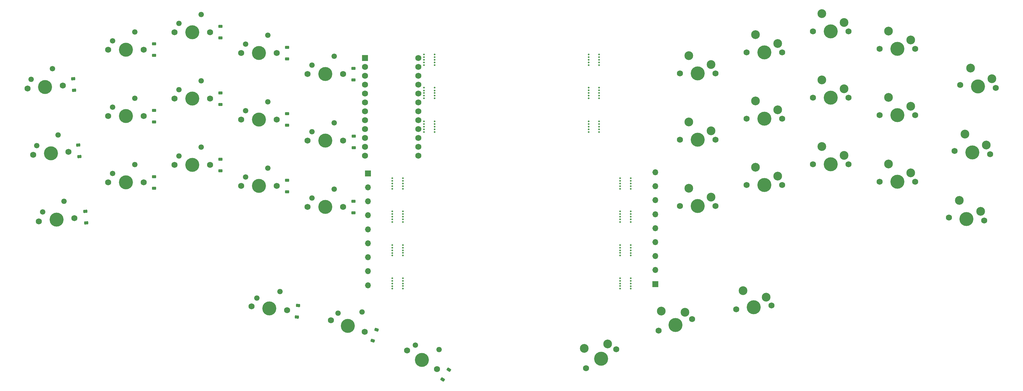
<source format=gbr>
%TF.GenerationSoftware,KiCad,Pcbnew,7.0.7*%
%TF.CreationDate,2023-09-26T18:04:07-06:00*%
%TF.ProjectId,keyboard,6b657962-6f61-4726-942e-6b696361645f,rev?*%
%TF.SameCoordinates,Original*%
%TF.FileFunction,Soldermask,Top*%
%TF.FilePolarity,Negative*%
%FSLAX46Y46*%
G04 Gerber Fmt 4.6, Leading zero omitted, Abs format (unit mm)*
G04 Created by KiCad (PCBNEW 7.0.7) date 2023-09-26 18:04:07*
%MOMM*%
%LPD*%
G01*
G04 APERTURE LIST*
G04 Aperture macros list*
%AMRoundRect*
0 Rectangle with rounded corners*
0 $1 Rounding radius*
0 $2 $3 $4 $5 $6 $7 $8 $9 X,Y pos of 4 corners*
0 Add a 4 corners polygon primitive as box body*
4,1,4,$2,$3,$4,$5,$6,$7,$8,$9,$2,$3,0*
0 Add four circle primitives for the rounded corners*
1,1,$1+$1,$2,$3*
1,1,$1+$1,$4,$5*
1,1,$1+$1,$6,$7*
1,1,$1+$1,$8,$9*
0 Add four rect primitives between the rounded corners*
20,1,$1+$1,$2,$3,$4,$5,0*
20,1,$1+$1,$4,$5,$6,$7,0*
20,1,$1+$1,$6,$7,$8,$9,0*
20,1,$1+$1,$8,$9,$2,$3,0*%
G04 Aperture macros list end*
%ADD10C,0.500000*%
%ADD11RoundRect,0.225000X0.375000X-0.225000X0.375000X0.225000X-0.375000X0.225000X-0.375000X-0.225000X0*%
%ADD12C,1.750000*%
%ADD13C,1.550000*%
%ADD14C,4.000000*%
%ADD15RoundRect,0.225000X0.393183X-0.191460X0.353963X0.256827X-0.393183X0.191460X-0.353963X-0.256827X0*%
%ADD16RoundRect,0.225000X0.349427X-0.262966X0.396465X0.184569X-0.349427X0.262966X-0.396465X-0.184569X0*%
%ADD17RoundRect,0.225000X0.281317X-0.334830X0.427822X0.090654X-0.281317X0.334830X-0.427822X-0.090654X0*%
%ADD18O,1.700000X1.700000*%
%ADD19R,1.700000X1.700000*%
%ADD20C,1.752600*%
%ADD21R,1.752600X1.752600*%
%ADD22RoundRect,0.225000X0.198786X-0.389531X0.437250X-0.007909X-0.198786X0.389531X-0.437250X0.007909X0*%
%ADD23C,2.500000*%
G04 APERTURE END LIST*
D10*
%TO.C,mouse-bite-3mm-slot*%
X175074512Y-80138480D03*
X178074512Y-80138480D03*
X178074512Y-79388480D03*
X175074512Y-79376480D03*
X175074512Y-78626480D03*
X178074512Y-78626480D03*
X175074512Y-77876480D03*
X178074512Y-77876480D03*
X175074512Y-77102480D03*
X178074512Y-77102480D03*
%TD*%
D11*
%TO.C,D14*%
X88900000Y-93953631D03*
X88900000Y-97253631D03*
%TD*%
%TO.C,D4*%
X88900000Y-55953631D03*
X88900000Y-59253631D03*
%TD*%
D12*
%TO.C,S8*%
X66927381Y-70603631D03*
D13*
X64387381Y-65523631D03*
D14*
X61847381Y-70603631D03*
D13*
X58037381Y-68063631D03*
D12*
X56767381Y-70603631D03*
%TD*%
%TO.C,S11*%
X85927381Y-76603631D03*
D13*
X83387381Y-71523631D03*
D14*
X80847381Y-76603631D03*
D13*
X77037381Y-74063631D03*
D12*
X75767381Y-76603631D03*
%TD*%
D15*
%TO.C,D6*%
X29239150Y-83934017D03*
X29526764Y-87221459D03*
%TD*%
D10*
%TO.C,mouse-bite-3mm-slot*%
X175075000Y-61012000D03*
X178075000Y-61012000D03*
X178075000Y-60262000D03*
X175075000Y-60250000D03*
X175075000Y-59500000D03*
X178075000Y-59500000D03*
X175075000Y-58750000D03*
X178075000Y-58750000D03*
X175075000Y-57976000D03*
X178075000Y-57976000D03*
%TD*%
D16*
%TO.C,D16*%
X92026121Y-129793102D03*
X91681177Y-133075024D03*
%TD*%
D12*
%TO.C,S2*%
X26471839Y-85832428D03*
D13*
X23498753Y-80993134D03*
D14*
X21411170Y-86275179D03*
D13*
X17394293Y-84076908D03*
D12*
X16350501Y-86717930D03*
%TD*%
D11*
%TO.C,D7*%
X50900000Y-73953631D03*
X50900000Y-77253631D03*
%TD*%
D12*
%TO.C,S5*%
X47927381Y-75603631D03*
D13*
X45387381Y-70523631D03*
D14*
X42847381Y-75603631D03*
D13*
X39037381Y-73063631D03*
D12*
X37767381Y-75603631D03*
%TD*%
D11*
%TO.C,D13*%
X69900000Y-87953631D03*
X69900000Y-91253631D03*
%TD*%
D15*
%TO.C,D1*%
X27756193Y-64956279D03*
X28043807Y-68243721D03*
%TD*%
D12*
%TO.C,S6*%
X47927381Y-94603631D03*
D13*
X45387381Y-89523631D03*
D14*
X42847381Y-94603631D03*
D13*
X39037381Y-92063631D03*
D12*
X37767381Y-94603631D03*
%TD*%
D10*
%TO.C,mouse-bite-3mm-slot*%
X184125000Y-105897520D03*
X187125000Y-105897520D03*
X187125000Y-105147520D03*
X184125000Y-105135520D03*
X184125000Y-104385520D03*
X187125000Y-104385520D03*
X184125000Y-103635520D03*
X187125000Y-103635520D03*
X184125000Y-102861520D03*
X187125000Y-102861520D03*
%TD*%
D17*
%TO.C,D17*%
X114448163Y-136715194D03*
X113373789Y-139835406D03*
%TD*%
D10*
%TO.C,mouse-bite-3mm-slot*%
X184125000Y-96385520D03*
X187125000Y-96385520D03*
X187125000Y-95635520D03*
X184125000Y-95623520D03*
X184125000Y-94873520D03*
X187125000Y-94873520D03*
X184125000Y-94123520D03*
X187125000Y-94123520D03*
X184125000Y-93349520D03*
X187125000Y-93349520D03*
%TD*%
%TO.C,mouse-bite-3mm-slot*%
X184125488Y-125000000D03*
X187125488Y-125000000D03*
X187125488Y-124250000D03*
X184125488Y-124238000D03*
X184125488Y-123488000D03*
X187125488Y-123488000D03*
X184125488Y-122738000D03*
X187125488Y-122738000D03*
X184125488Y-121964000D03*
X187125488Y-121964000D03*
%TD*%
D11*
%TO.C,D5*%
X107900000Y-61950000D03*
X107900000Y-65250000D03*
%TD*%
D12*
%TO.C,S1*%
X24834562Y-66862663D03*
D13*
X21861476Y-62023369D03*
D14*
X19773893Y-67305414D03*
D13*
X15757016Y-65107143D03*
D12*
X14713224Y-67748165D03*
%TD*%
%TO.C,S7*%
X66927381Y-51603631D03*
D13*
X64387381Y-46523631D03*
D14*
X61847381Y-51603631D03*
D13*
X58037381Y-49063631D03*
D12*
X56767381Y-51603631D03*
%TD*%
%TO.C,S16*%
X88894499Y-131123044D03*
D13*
X86899418Y-125805370D03*
D14*
X83842328Y-130592039D03*
D13*
X80318702Y-127667700D03*
D12*
X78790157Y-130061034D03*
%TD*%
%TO.C,S10*%
X85927381Y-57603631D03*
D13*
X83387381Y-52523631D03*
D14*
X80847381Y-57603631D03*
D13*
X77037381Y-55063631D03*
D12*
X75767381Y-57603631D03*
%TD*%
%TO.C,S18*%
X131784060Y-148027030D03*
D13*
X132322008Y-142372951D03*
D14*
X127475976Y-145335040D03*
D13*
X125590908Y-141162005D03*
D12*
X123167892Y-142643050D03*
%TD*%
%TO.C,S4*%
X47927381Y-56603631D03*
D13*
X45387381Y-51523631D03*
D14*
X42847381Y-56603631D03*
D13*
X39037381Y-54063631D03*
D12*
X37767381Y-56603631D03*
%TD*%
D11*
%TO.C,D15*%
X107900000Y-99953631D03*
X107900000Y-103253631D03*
%TD*%
%TO.C,D10*%
X108000000Y-81350000D03*
X108000000Y-84650000D03*
%TD*%
D12*
%TO.C,S17*%
X111064186Y-137295071D03*
D13*
X110316455Y-131664894D03*
D14*
X106260952Y-135641185D03*
D13*
X103485469Y-131999153D03*
D12*
X101457718Y-133987299D03*
%TD*%
D18*
%TO.C,J1*%
X112000000Y-124000000D03*
X112000000Y-120000000D03*
X112000000Y-116000000D03*
X112000000Y-112000000D03*
X112000000Y-108000000D03*
X112000000Y-104000000D03*
X112000000Y-100000000D03*
X112000000Y-96000000D03*
D19*
X112000000Y-92000000D03*
%TD*%
D11*
%TO.C,D12*%
X50900000Y-92950000D03*
X50900000Y-96250000D03*
%TD*%
%TO.C,D8*%
X69900000Y-68953631D03*
X69900000Y-72253631D03*
%TD*%
D12*
%TO.C,S3*%
X28120470Y-104820968D03*
D13*
X25147384Y-99981674D03*
D14*
X23059801Y-105263719D03*
D13*
X19042924Y-103065448D03*
D12*
X17999132Y-105706470D03*
%TD*%
%TO.C,S14*%
X104927381Y-82603631D03*
D13*
X102387381Y-77523631D03*
D14*
X99847381Y-82603631D03*
D13*
X96037381Y-80063631D03*
D12*
X94767381Y-82603631D03*
%TD*%
D11*
%TO.C,D2*%
X50900000Y-54950000D03*
X50900000Y-58250000D03*
%TD*%
%TO.C,D9*%
X88900000Y-74953631D03*
X88900000Y-78253631D03*
%TD*%
D10*
%TO.C,mouse-bite-3mm-slot*%
X184125488Y-115512000D03*
X187125488Y-115512000D03*
X187125488Y-114762000D03*
X184125488Y-114750000D03*
X184125488Y-114000000D03*
X187125488Y-114000000D03*
X184125488Y-113250000D03*
X187125488Y-113250000D03*
X184125488Y-112476000D03*
X187125488Y-112476000D03*
%TD*%
D20*
%TO.C,U2*%
X126420000Y-59030000D03*
X126420000Y-61570000D03*
X126420000Y-64110000D03*
X126420000Y-66650000D03*
X126420000Y-69190000D03*
X126420000Y-71730000D03*
X126420000Y-74270000D03*
X126420000Y-76810000D03*
X126420000Y-79350000D03*
X126420000Y-81890000D03*
X126420000Y-84430000D03*
X126420000Y-86970000D03*
X111180000Y-86970000D03*
X111180000Y-84430000D03*
X111180000Y-81890000D03*
X111180000Y-79350000D03*
X111180000Y-76810000D03*
X111180000Y-74270000D03*
X111180000Y-71730000D03*
X111180000Y-69190000D03*
X111180000Y-66650000D03*
X111180000Y-64110000D03*
X111180000Y-61570000D03*
D21*
X111180000Y-59030000D03*
%TD*%
D12*
%TO.C,S13*%
X104927381Y-63603631D03*
D13*
X102387381Y-58523631D03*
D14*
X99847381Y-63603631D03*
D13*
X96037381Y-61063631D03*
D12*
X94767381Y-63603631D03*
%TD*%
D22*
%TO.C,D18*%
X135134728Y-148175115D03*
X133385994Y-150973673D03*
%TD*%
D15*
%TO.C,D11*%
X31235486Y-102892137D03*
X31523100Y-106179579D03*
%TD*%
D10*
%TO.C,mouse-bite-3mm-slot*%
X175075000Y-70524000D03*
X178075000Y-70524000D03*
X178075000Y-69774000D03*
X175075000Y-69762000D03*
X175075000Y-69012000D03*
X178075000Y-69012000D03*
X175075000Y-68262000D03*
X178075000Y-68262000D03*
X175075000Y-67488000D03*
X178075000Y-67488000D03*
%TD*%
D11*
%TO.C,D3*%
X69900000Y-49953631D03*
X69900000Y-53253631D03*
%TD*%
D12*
%TO.C,S12*%
X85927381Y-95603631D03*
D13*
X83387381Y-90523631D03*
D14*
X80847381Y-95603631D03*
D13*
X77037381Y-93063631D03*
D12*
X75767381Y-95603631D03*
%TD*%
%TO.C,S9*%
X66927381Y-89603631D03*
D13*
X64387381Y-84523631D03*
D14*
X61847381Y-89603631D03*
D13*
X58037381Y-87063631D03*
D12*
X56767381Y-89603631D03*
%TD*%
%TO.C,S15*%
X104927381Y-101603631D03*
D13*
X102387381Y-96523631D03*
D14*
X99847381Y-101603631D03*
D13*
X96037381Y-99063631D03*
D12*
X94767381Y-101603631D03*
%TD*%
%TO.C,S31*%
X268384012Y-94364039D03*
D14*
X263304012Y-94364039D03*
D12*
X258224012Y-94364039D03*
D23*
X267114012Y-91824039D03*
X260764012Y-89284039D03*
%TD*%
D12*
%TO.C,S22*%
X230384012Y-57364039D03*
D14*
X225304012Y-57364039D03*
D12*
X220224012Y-57364039D03*
D23*
X229114012Y-54824039D03*
X222764012Y-52284039D03*
%TD*%
D12*
%TO.C,S25*%
X249384012Y-51364039D03*
D14*
X244304012Y-51364039D03*
D12*
X239224012Y-51364039D03*
D23*
X248114012Y-48824039D03*
X241764012Y-46284039D03*
%TD*%
D10*
%TO.C,mouse-bite-3mm-slot*%
X131049024Y-67500000D03*
X128049024Y-67500000D03*
X131049024Y-68274000D03*
X128049024Y-68274000D03*
X131049024Y-69024000D03*
X128049024Y-69024000D03*
X131049024Y-69774000D03*
X128049024Y-69786000D03*
X131049024Y-70536000D03*
X128049024Y-70536000D03*
%TD*%
D12*
%TO.C,S28*%
X182956132Y-142308010D03*
D14*
X178648048Y-145000000D03*
D12*
X174339964Y-147691990D03*
D23*
X180533116Y-140826965D03*
X173802016Y-142037911D03*
%TD*%
D12*
%TO.C,S34*%
X289800207Y-86494036D03*
D14*
X284739538Y-86051285D03*
D12*
X279678869Y-85608534D03*
D23*
X288756415Y-83853014D03*
X282651955Y-80769240D03*
%TD*%
D12*
%TO.C,S23*%
X230384012Y-76364039D03*
D14*
X225304012Y-76364039D03*
D12*
X220224012Y-76364039D03*
D23*
X229114012Y-73824039D03*
X222764012Y-71284039D03*
%TD*%
D12*
%TO.C,S30*%
X268384012Y-75364039D03*
D14*
X263304012Y-75364039D03*
D12*
X258224012Y-75364039D03*
D23*
X267114012Y-72824039D03*
X260764012Y-70284039D03*
%TD*%
D12*
%TO.C,S19*%
X211384012Y-63364039D03*
D14*
X206304012Y-63364039D03*
D12*
X201224012Y-63364039D03*
D23*
X210114012Y-60824039D03*
X203764012Y-58284039D03*
%TD*%
D12*
%TO.C,S26*%
X249384012Y-70364039D03*
D14*
X244304012Y-70364039D03*
D12*
X239224012Y-70364039D03*
D23*
X248114012Y-67824039D03*
X241764012Y-65284039D03*
%TD*%
D10*
%TO.C,mouse-bite-3mm-slot*%
X121999512Y-112476000D03*
X118999512Y-112476000D03*
X121999512Y-113250000D03*
X118999512Y-113250000D03*
X121999512Y-114000000D03*
X118999512Y-114000000D03*
X121999512Y-114750000D03*
X118999512Y-114762000D03*
X121999512Y-115512000D03*
X118999512Y-115512000D03*
%TD*%
%TO.C,mouse-bite-3mm-slot*%
X131048536Y-77114480D03*
X128048536Y-77114480D03*
X131048536Y-77888480D03*
X128048536Y-77888480D03*
X131048536Y-78638480D03*
X128048536Y-78638480D03*
X131048536Y-79388480D03*
X128048536Y-79400480D03*
X131048536Y-80150480D03*
X128048536Y-80150480D03*
%TD*%
D12*
%TO.C,S21*%
X211384012Y-101364039D03*
D14*
X206304012Y-101364039D03*
D12*
X201224012Y-101364039D03*
D23*
X210114012Y-98824039D03*
X203764012Y-96284039D03*
%TD*%
D12*
%TO.C,S32*%
X204683862Y-133689067D03*
D14*
X199880628Y-135342953D03*
D12*
X195077394Y-136996839D03*
D23*
X202656111Y-131700921D03*
X195825125Y-131366662D03*
%TD*%
D19*
%TO.C,J2*%
X194124024Y-123664960D03*
D18*
X194124024Y-119664960D03*
X194124024Y-115664960D03*
X194124024Y-111664960D03*
X194124024Y-107664960D03*
X194124024Y-103664960D03*
X194124024Y-99664960D03*
X194124024Y-95664960D03*
X194124024Y-91664960D03*
%TD*%
D12*
%TO.C,S27*%
X249384012Y-89364039D03*
D14*
X244304012Y-89364039D03*
D12*
X239224012Y-89364039D03*
D23*
X248114012Y-86824039D03*
X241764012Y-84284039D03*
%TD*%
D12*
%TO.C,S35*%
X288151576Y-105482576D03*
D14*
X283090907Y-105039825D03*
D12*
X278030238Y-104597074D03*
D23*
X287107784Y-102841554D03*
X281003324Y-99757780D03*
%TD*%
D10*
%TO.C,mouse-bite-3mm-slot*%
X131049024Y-57988000D03*
X128049024Y-57988000D03*
X131049024Y-58762000D03*
X128049024Y-58762000D03*
X131049024Y-59512000D03*
X128049024Y-59512000D03*
X131049024Y-60262000D03*
X128049024Y-60274000D03*
X131049024Y-61024000D03*
X128049024Y-61024000D03*
%TD*%
D12*
%TO.C,S20*%
X211384012Y-82364039D03*
D14*
X206304012Y-82364039D03*
D12*
X201224012Y-82364039D03*
D23*
X210114012Y-79824039D03*
X203764012Y-77284039D03*
%TD*%
D12*
%TO.C,S29*%
X268384012Y-56364039D03*
D14*
X263304012Y-56364039D03*
D12*
X258224012Y-56364039D03*
D23*
X267114012Y-53824039D03*
X260764012Y-51284039D03*
%TD*%
D10*
%TO.C,mouse-bite-3mm-slot*%
X121999512Y-121964000D03*
X118999512Y-121964000D03*
X121999512Y-122738000D03*
X118999512Y-122738000D03*
X121999512Y-123488000D03*
X118999512Y-123488000D03*
X121999512Y-124238000D03*
X118999512Y-124250000D03*
X121999512Y-125000000D03*
X118999512Y-125000000D03*
%TD*%
D12*
%TO.C,S33*%
X291417198Y-67578058D03*
D14*
X286356529Y-67135307D03*
D12*
X281295860Y-66692556D03*
D23*
X290373406Y-64937036D03*
X284268946Y-61853262D03*
%TD*%
D12*
%TO.C,S36*%
X227360249Y-129802614D03*
D14*
X222308078Y-130333619D03*
D12*
X217255907Y-130864624D03*
D23*
X225831704Y-127409280D03*
X219250988Y-125546950D03*
%TD*%
D10*
%TO.C,mouse-bite-3mm-slot*%
X122000000Y-93349520D03*
X119000000Y-93349520D03*
X122000000Y-94123520D03*
X119000000Y-94123520D03*
X122000000Y-94873520D03*
X119000000Y-94873520D03*
X122000000Y-95623520D03*
X119000000Y-95635520D03*
X122000000Y-96385520D03*
X119000000Y-96385520D03*
%TD*%
%TO.C,mouse-bite-3mm-slot*%
X122000000Y-102861520D03*
X119000000Y-102861520D03*
X122000000Y-103635520D03*
X119000000Y-103635520D03*
X122000000Y-104385520D03*
X119000000Y-104385520D03*
X122000000Y-105135520D03*
X119000000Y-105147520D03*
X122000000Y-105897520D03*
X119000000Y-105897520D03*
%TD*%
D12*
%TO.C,S24*%
X230384012Y-95364039D03*
D14*
X225304012Y-95364039D03*
D12*
X220224012Y-95364039D03*
D23*
X229114012Y-92824039D03*
X222764012Y-90284039D03*
%TD*%
M02*

</source>
